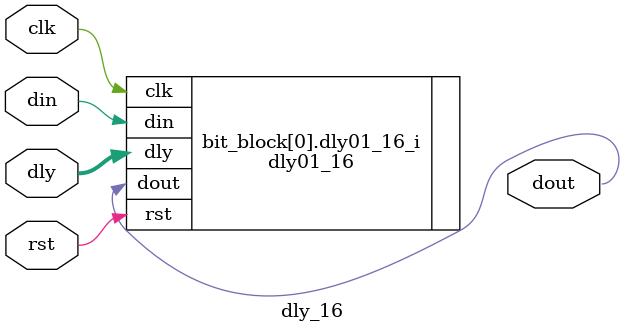
<source format=v>
/*******************************************************************************
 * Module: dly_16
 * Date:2014-05-30  
 * Author: Andrey Filippov
 * Description: Synchronous delay by 1-16 clock cycles with reset (will map to primitives)
 *
 * Copyright (c) 2014 Elphel, Inc.
 * dly_16.v is free software; you can redistribute it and/or modify
 * it under the terms of the GNU General Public License as published by
 * the Free Software Foundation, either version 3 of the License, or
 * (at your option) any later version.
 *
 *  dly_16.v is distributed in the hope that it will be useful,
 * but WITHOUT ANY WARRANTY; without even the implied warranty of
 * MERCHANTABILITY or FITNESS FOR A PARTICULAR PURPOSE.  See the
 * GNU General Public License for more details.
 *
 * You should have received a copy of the GNU General Public License
 * along with this program.  If not, see <http://www.gnu.org/licenses/> .
 *
 * Additional permission under GNU GPL version 3 section 7:
 * If you modify this Program, or any covered work, by linking or combining it
 * with independent modules provided by the FPGA vendor only (this permission
 * does not extend to any 3-rd party modules, "soft cores" or macros) under
 * different license terms solely for the purpose of generating binary "bitstream"
 * files * and/or simulating the code, the copyright holders of this Program give
 * you the right to distribute the covered work without those independent modules
 * as long as the source code for them is available from the FPGA vendor free of
 * charge, and there is no dependence on any ecrypted modules for simulating of
 * the combined code. This permission applies to you if the distributed code
 * contains all the components and scripts required to completely simulate it
 * with at least one of the Free Software programs.
 *******************************************************************************/
`timescale 1ns/1ps

module  dly_16 #(
    parameter WIDTH=1
    )(
    input               clk,
    input               rst,
    input         [3:0] dly,
    input   [WIDTH-1:0] din,
    output  [WIDTH-1:0] dout
);
  generate
    genvar i;
    for (i=0; i < WIDTH; i=i+1) begin: bit_block
        dly01_16 dly01_16_i (
            .clk(clk), // input
            .rst(rst), // input
            .dly(dly), // input[3:0] 
            .din(din[i]), // input
            .dout(dout[i]) // output reg 
        );
    end
  endgenerate
endmodule


</source>
